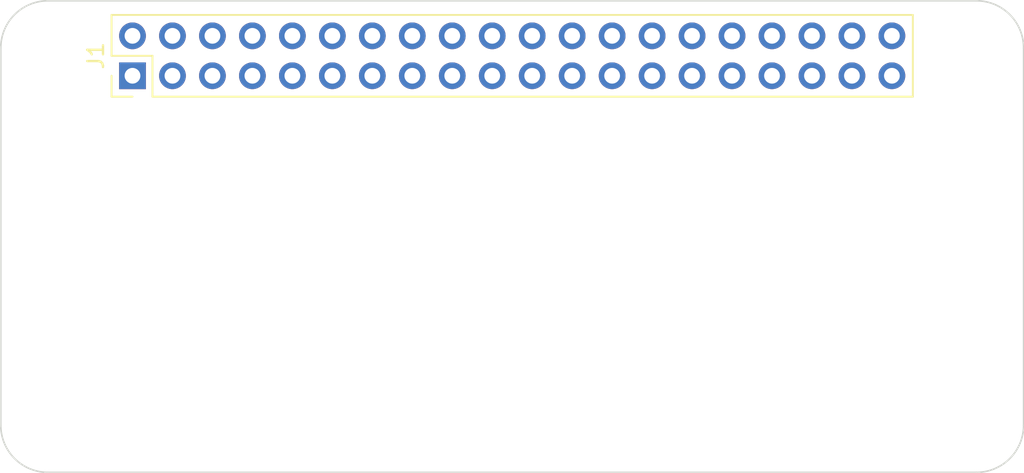
<source format=kicad_pcb>
(kicad_pcb (version 20171130) (host pcbnew "(5.1.9)-1")

  (general
    (thickness 1.6)
    (drawings 8)
    (tracks 0)
    (zones 0)
    (modules 5)
    (nets 41)
  )

  (page A4)
  (layers
    (0 F.Cu signal)
    (31 B.Cu signal)
    (34 B.Paste user)
    (35 F.Paste user)
    (36 B.SilkS user)
    (37 F.SilkS user)
    (38 B.Mask user)
    (39 F.Mask user)
    (40 Dwgs.User user)
    (41 Cmts.User user)
    (44 Edge.Cuts user)
    (48 B.Fab user)
    (49 F.Fab user)
  )

  (setup
    (last_trace_width 0.25)
    (user_trace_width 0.01)
    (user_trace_width 0.02)
    (user_trace_width 0.05)
    (user_trace_width 0.1)
    (user_trace_width 0.2)
    (trace_clearance 0.2)
    (zone_clearance 0.508)
    (zone_45_only no)
    (trace_min 0.01)
    (via_size 0.6)
    (via_drill 0.4)
    (via_min_size 0.4)
    (via_min_drill 0.3)
    (uvia_size 0.3)
    (uvia_drill 0.1)
    (uvias_allowed no)
    (uvia_min_size 0.2)
    (uvia_min_drill 0.1)
    (edge_width 0.1)
    (segment_width 0.2)
    (pcb_text_width 0.3)
    (pcb_text_size 1.5 1.5)
    (mod_edge_width 0.15)
    (mod_text_size 1 1)
    (mod_text_width 0.15)
    (pad_size 2.75 2.75)
    (pad_drill 2.75)
    (pad_to_mask_clearance 0)
    (aux_axis_origin 0 0)
    (visible_elements 7FFFFFFF)
    (pcbplotparams
      (layerselection 0x01330_80000001)
      (usegerberextensions false)
      (usegerberattributes false)
      (usegerberadvancedattributes false)
      (creategerberjobfile false)
      (excludeedgelayer true)
      (linewidth 0.100000)
      (plotframeref false)
      (viasonmask false)
      (mode 1)
      (useauxorigin false)
      (hpglpennumber 1)
      (hpglpenspeed 20)
      (hpglpendiameter 15.000000)
      (psnegative false)
      (psa4output false)
      (plotreference true)
      (plotvalue true)
      (plotinvisibletext false)
      (padsonsilk false)
      (subtractmaskfromsilk false)
      (outputformat 4)
      (mirror false)
      (drillshape 2)
      (scaleselection 1)
      (outputdirectory "meta/"))
  )

  (net 0 "")
  (net 1 "Net-(J1-Pad1)")
  (net 2 "Net-(J1-Pad2)")
  (net 3 "Net-(J1-Pad3)")
  (net 4 "Net-(J1-Pad4)")
  (net 5 "Net-(J1-Pad5)")
  (net 6 "Net-(J1-Pad6)")
  (net 7 "Net-(J1-Pad7)")
  (net 8 "Net-(J1-Pad8)")
  (net 9 "Net-(J1-Pad9)")
  (net 10 "Net-(J1-Pad10)")
  (net 11 "Net-(J1-Pad11)")
  (net 12 "Net-(J1-Pad12)")
  (net 13 "Net-(J1-Pad13)")
  (net 14 "Net-(J1-Pad14)")
  (net 15 "Net-(J1-Pad15)")
  (net 16 "Net-(J1-Pad16)")
  (net 17 "Net-(J1-Pad17)")
  (net 18 "Net-(J1-Pad18)")
  (net 19 "Net-(J1-Pad19)")
  (net 20 "Net-(J1-Pad20)")
  (net 21 "Net-(J1-Pad21)")
  (net 22 "Net-(J1-Pad22)")
  (net 23 "Net-(J1-Pad23)")
  (net 24 "Net-(J1-Pad24)")
  (net 25 "Net-(J1-Pad25)")
  (net 26 "Net-(J1-Pad26)")
  (net 27 "Net-(J1-Pad27)")
  (net 28 "Net-(J1-Pad28)")
  (net 29 "Net-(J1-Pad29)")
  (net 30 "Net-(J1-Pad30)")
  (net 31 "Net-(J1-Pad31)")
  (net 32 "Net-(J1-Pad32)")
  (net 33 "Net-(J1-Pad33)")
  (net 34 "Net-(J1-Pad34)")
  (net 35 "Net-(J1-Pad35)")
  (net 36 "Net-(J1-Pad36)")
  (net 37 "Net-(J1-Pad37)")
  (net 38 "Net-(J1-Pad38)")
  (net 39 "Net-(J1-Pad39)")
  (net 40 "Net-(J1-Pad40)")

  (net_class Default "This is the default net class."
    (clearance 0.2)
    (trace_width 0.25)
    (via_dia 0.6)
    (via_drill 0.4)
    (uvia_dia 0.3)
    (uvia_drill 0.1)
    (add_net "Net-(J1-Pad1)")
    (add_net "Net-(J1-Pad10)")
    (add_net "Net-(J1-Pad11)")
    (add_net "Net-(J1-Pad12)")
    (add_net "Net-(J1-Pad13)")
    (add_net "Net-(J1-Pad14)")
    (add_net "Net-(J1-Pad15)")
    (add_net "Net-(J1-Pad16)")
    (add_net "Net-(J1-Pad17)")
    (add_net "Net-(J1-Pad18)")
    (add_net "Net-(J1-Pad19)")
    (add_net "Net-(J1-Pad2)")
    (add_net "Net-(J1-Pad20)")
    (add_net "Net-(J1-Pad21)")
    (add_net "Net-(J1-Pad22)")
    (add_net "Net-(J1-Pad23)")
    (add_net "Net-(J1-Pad24)")
    (add_net "Net-(J1-Pad25)")
    (add_net "Net-(J1-Pad26)")
    (add_net "Net-(J1-Pad27)")
    (add_net "Net-(J1-Pad28)")
    (add_net "Net-(J1-Pad29)")
    (add_net "Net-(J1-Pad3)")
    (add_net "Net-(J1-Pad30)")
    (add_net "Net-(J1-Pad31)")
    (add_net "Net-(J1-Pad32)")
    (add_net "Net-(J1-Pad33)")
    (add_net "Net-(J1-Pad34)")
    (add_net "Net-(J1-Pad35)")
    (add_net "Net-(J1-Pad36)")
    (add_net "Net-(J1-Pad37)")
    (add_net "Net-(J1-Pad38)")
    (add_net "Net-(J1-Pad39)")
    (add_net "Net-(J1-Pad4)")
    (add_net "Net-(J1-Pad40)")
    (add_net "Net-(J1-Pad5)")
    (add_net "Net-(J1-Pad6)")
    (add_net "Net-(J1-Pad7)")
    (add_net "Net-(J1-Pad8)")
    (add_net "Net-(J1-Pad9)")
  )

  (module RPi_Hat:RPi_Hat_Mounting_Hole locked (layer F.Cu) (tedit 55217CCB) (tstamp 58B743A7)
    (at 122.68 113.23)
    (descr "Mounting hole, Befestigungsbohrung, 2,7mm, No Annular, Kein Restring,")
    (tags "Mounting hole, Befestigungsbohrung, 2,7mm, No Annular, Kein Restring,")
    (fp_text reference "" (at 0 -4.0005) (layer F.SilkS) hide
      (effects (font (size 1 1) (thickness 0.15)))
    )
    (fp_text value "" (at 0.09906 3.59918) (layer F.Fab) hide
      (effects (font (size 1 1) (thickness 0.15)))
    )
    (fp_circle (center 0 0) (end 1.375 0) (layer F.Fab) (width 0.15))
    (fp_circle (center 0 0) (end 3.1 0) (layer F.Fab) (width 0.15))
    (fp_circle (center 0 0) (end 3.1 0) (layer B.Fab) (width 0.15))
    (fp_circle (center 0 0) (end 1.375 0) (layer B.Fab) (width 0.15))
    (fp_circle (center 0 0) (end 3.1 0) (layer F.CrtYd) (width 0.15))
    (fp_circle (center 0 0) (end 3.1 0) (layer B.CrtYd) (width 0.15))
    (pad "" np_thru_hole circle (at 0 0) (size 2.75 2.75) (drill 2.75) (layers *.Cu *.Mask)
      (solder_mask_margin 1.725) (clearance 1.725))
  )

  (module RPi_Hat:RPi_Hat_Mounting_Hole locked (layer F.Cu) (tedit 55217C7B) (tstamp 5515DEA9)
    (at 180.68 90.23)
    (descr "Mounting hole, Befestigungsbohrung, 2,7mm, No Annular, Kein Restring,")
    (tags "Mounting hole, Befestigungsbohrung, 2,7mm, No Annular, Kein Restring,")
    (fp_text reference "" (at 0 -4.0005) (layer F.SilkS) hide
      (effects (font (size 1 1) (thickness 0.15)))
    )
    (fp_text value "" (at 0.09906 3.59918) (layer F.Fab) hide
      (effects (font (size 1 1) (thickness 0.15)))
    )
    (fp_circle (center 0 0) (end 1.375 0) (layer F.Fab) (width 0.15))
    (fp_circle (center 0 0) (end 3.1 0) (layer F.Fab) (width 0.15))
    (fp_circle (center 0 0) (end 3.1 0) (layer B.Fab) (width 0.15))
    (fp_circle (center 0 0) (end 1.375 0) (layer B.Fab) (width 0.15))
    (fp_circle (center 0 0) (end 3.1 0) (layer F.CrtYd) (width 0.15))
    (fp_circle (center 0 0) (end 3.1 0) (layer B.CrtYd) (width 0.15))
    (pad "" np_thru_hole circle (at 0 0) (size 2.75 2.75) (drill 2.75) (layers *.Cu *.Mask)
      (solder_mask_margin 1.725) (clearance 1.725))
  )

  (module RPi_Hat:RPi_Hat_Mounting_Hole locked (layer F.Cu) (tedit 55217CCB) (tstamp 55169DC9)
    (at 180.68 113.23)
    (descr "Mounting hole, Befestigungsbohrung, 2,7mm, No Annular, Kein Restring,")
    (tags "Mounting hole, Befestigungsbohrung, 2,7mm, No Annular, Kein Restring,")
    (fp_text reference "" (at 0 -4.0005) (layer F.SilkS) hide
      (effects (font (size 1 1) (thickness 0.15)))
    )
    (fp_text value "" (at 0.09906 3.59918) (layer F.Fab) hide
      (effects (font (size 1 1) (thickness 0.15)))
    )
    (fp_circle (center 0 0) (end 1.375 0) (layer F.Fab) (width 0.15))
    (fp_circle (center 0 0) (end 3.1 0) (layer F.Fab) (width 0.15))
    (fp_circle (center 0 0) (end 3.1 0) (layer B.Fab) (width 0.15))
    (fp_circle (center 0 0) (end 1.375 0) (layer B.Fab) (width 0.15))
    (fp_circle (center 0 0) (end 3.1 0) (layer F.CrtYd) (width 0.15))
    (fp_circle (center 0 0) (end 3.1 0) (layer B.CrtYd) (width 0.15))
    (pad "" np_thru_hole circle (at 0 0) (size 2.75 2.75) (drill 2.75) (layers *.Cu *.Mask)
      (solder_mask_margin 1.725) (clearance 1.725))
  )

  (module RPi_Hat:RPi_Hat_Mounting_Hole locked (layer F.Cu) (tedit 55217CA2) (tstamp 5515DEBF)
    (at 122.68 90.23)
    (descr "Mounting hole, Befestigungsbohrung, 2,7mm, No Annular, Kein Restring,")
    (tags "Mounting hole, Befestigungsbohrung, 2,7mm, No Annular, Kein Restring,")
    (fp_text reference "" (at 0 -4.0005) (layer F.SilkS) hide
      (effects (font (size 1 1) (thickness 0.15)))
    )
    (fp_text value "" (at 0.09906 3.59918) (layer F.Fab) hide
      (effects (font (size 1 1) (thickness 0.15)))
    )
    (fp_circle (center 0 0) (end 1.375 0) (layer F.Fab) (width 0.15))
    (fp_circle (center 0 0) (end 3.1 0) (layer F.Fab) (width 0.15))
    (fp_circle (center 0 0) (end 3.1 0) (layer B.Fab) (width 0.15))
    (fp_circle (center 0 0) (end 1.375 0) (layer B.Fab) (width 0.15))
    (fp_circle (center 0 0) (end 3.1 0) (layer F.CrtYd) (width 0.15))
    (fp_circle (center 0 0) (end 3.1 0) (layer B.CrtYd) (width 0.15))
    (pad "" np_thru_hole circle (at 0 0) (size 2.75 2.75) (drill 2.75) (layers *.Cu *.Mask)
      (solder_mask_margin 1.725) (clearance 1.725))
  )

  (module Connector_PinHeader_2.54mm:PinHeader_2x20_P2.54mm_Vertical (layer F.Cu) (tedit 59FED5CC) (tstamp 6008B0F6)
    (at 127.55 91.5 90)
    (descr "Through hole straight pin header, 2x20, 2.54mm pitch, double rows")
    (tags "Through hole pin header THT 2x20 2.54mm double row")
    (path /5516AE26)
    (fp_text reference J1 (at 1.27 -2.33 90) (layer F.SilkS)
      (effects (font (size 1 1) (thickness 0.15)))
    )
    (fp_text value RPi_GPIO (at 1.27 50.59 90) (layer F.Fab)
      (effects (font (size 1 1) (thickness 0.15)))
    )
    (fp_line (start 4.35 -1.8) (end -1.8 -1.8) (layer F.CrtYd) (width 0.05))
    (fp_line (start 4.35 50.05) (end 4.35 -1.8) (layer F.CrtYd) (width 0.05))
    (fp_line (start -1.8 50.05) (end 4.35 50.05) (layer F.CrtYd) (width 0.05))
    (fp_line (start -1.8 -1.8) (end -1.8 50.05) (layer F.CrtYd) (width 0.05))
    (fp_line (start -1.33 -1.33) (end 0 -1.33) (layer F.SilkS) (width 0.12))
    (fp_line (start -1.33 0) (end -1.33 -1.33) (layer F.SilkS) (width 0.12))
    (fp_line (start 1.27 -1.33) (end 3.87 -1.33) (layer F.SilkS) (width 0.12))
    (fp_line (start 1.27 1.27) (end 1.27 -1.33) (layer F.SilkS) (width 0.12))
    (fp_line (start -1.33 1.27) (end 1.27 1.27) (layer F.SilkS) (width 0.12))
    (fp_line (start 3.87 -1.33) (end 3.87 49.59) (layer F.SilkS) (width 0.12))
    (fp_line (start -1.33 1.27) (end -1.33 49.59) (layer F.SilkS) (width 0.12))
    (fp_line (start -1.33 49.59) (end 3.87 49.59) (layer F.SilkS) (width 0.12))
    (fp_line (start -1.27 0) (end 0 -1.27) (layer F.Fab) (width 0.1))
    (fp_line (start -1.27 49.53) (end -1.27 0) (layer F.Fab) (width 0.1))
    (fp_line (start 3.81 49.53) (end -1.27 49.53) (layer F.Fab) (width 0.1))
    (fp_line (start 3.81 -1.27) (end 3.81 49.53) (layer F.Fab) (width 0.1))
    (fp_line (start 0 -1.27) (end 3.81 -1.27) (layer F.Fab) (width 0.1))
    (fp_text user %R (at 1.27 24.13) (layer F.Fab)
      (effects (font (size 1 1) (thickness 0.15)))
    )
    (pad 1 thru_hole rect (at 0 0 90) (size 1.7 1.7) (drill 1) (layers *.Cu *.Mask)
      (net 1 "Net-(J1-Pad1)"))
    (pad 2 thru_hole oval (at 2.54 0 90) (size 1.7 1.7) (drill 1) (layers *.Cu *.Mask)
      (net 2 "Net-(J1-Pad2)"))
    (pad 3 thru_hole oval (at 0 2.54 90) (size 1.7 1.7) (drill 1) (layers *.Cu *.Mask)
      (net 3 "Net-(J1-Pad3)"))
    (pad 4 thru_hole oval (at 2.54 2.54 90) (size 1.7 1.7) (drill 1) (layers *.Cu *.Mask)
      (net 4 "Net-(J1-Pad4)"))
    (pad 5 thru_hole oval (at 0 5.08 90) (size 1.7 1.7) (drill 1) (layers *.Cu *.Mask)
      (net 5 "Net-(J1-Pad5)"))
    (pad 6 thru_hole oval (at 2.54 5.08 90) (size 1.7 1.7) (drill 1) (layers *.Cu *.Mask)
      (net 6 "Net-(J1-Pad6)"))
    (pad 7 thru_hole oval (at 0 7.62 90) (size 1.7 1.7) (drill 1) (layers *.Cu *.Mask)
      (net 7 "Net-(J1-Pad7)"))
    (pad 8 thru_hole oval (at 2.54 7.62 90) (size 1.7 1.7) (drill 1) (layers *.Cu *.Mask)
      (net 8 "Net-(J1-Pad8)"))
    (pad 9 thru_hole oval (at 0 10.16 90) (size 1.7 1.7) (drill 1) (layers *.Cu *.Mask)
      (net 9 "Net-(J1-Pad9)"))
    (pad 10 thru_hole oval (at 2.54 10.16 90) (size 1.7 1.7) (drill 1) (layers *.Cu *.Mask)
      (net 10 "Net-(J1-Pad10)"))
    (pad 11 thru_hole oval (at 0 12.7 90) (size 1.7 1.7) (drill 1) (layers *.Cu *.Mask)
      (net 11 "Net-(J1-Pad11)"))
    (pad 12 thru_hole oval (at 2.54 12.7 90) (size 1.7 1.7) (drill 1) (layers *.Cu *.Mask)
      (net 12 "Net-(J1-Pad12)"))
    (pad 13 thru_hole oval (at 0 15.24 90) (size 1.7 1.7) (drill 1) (layers *.Cu *.Mask)
      (net 13 "Net-(J1-Pad13)"))
    (pad 14 thru_hole oval (at 2.54 15.24 90) (size 1.7 1.7) (drill 1) (layers *.Cu *.Mask)
      (net 14 "Net-(J1-Pad14)"))
    (pad 15 thru_hole oval (at 0 17.78 90) (size 1.7 1.7) (drill 1) (layers *.Cu *.Mask)
      (net 15 "Net-(J1-Pad15)"))
    (pad 16 thru_hole oval (at 2.54 17.78 90) (size 1.7 1.7) (drill 1) (layers *.Cu *.Mask)
      (net 16 "Net-(J1-Pad16)"))
    (pad 17 thru_hole oval (at 0 20.32 90) (size 1.7 1.7) (drill 1) (layers *.Cu *.Mask)
      (net 17 "Net-(J1-Pad17)"))
    (pad 18 thru_hole oval (at 2.54 20.32 90) (size 1.7 1.7) (drill 1) (layers *.Cu *.Mask)
      (net 18 "Net-(J1-Pad18)"))
    (pad 19 thru_hole oval (at 0 22.86 90) (size 1.7 1.7) (drill 1) (layers *.Cu *.Mask)
      (net 19 "Net-(J1-Pad19)"))
    (pad 20 thru_hole oval (at 2.54 22.86 90) (size 1.7 1.7) (drill 1) (layers *.Cu *.Mask)
      (net 20 "Net-(J1-Pad20)"))
    (pad 21 thru_hole oval (at 0 25.4 90) (size 1.7 1.7) (drill 1) (layers *.Cu *.Mask)
      (net 21 "Net-(J1-Pad21)"))
    (pad 22 thru_hole oval (at 2.54 25.4 90) (size 1.7 1.7) (drill 1) (layers *.Cu *.Mask)
      (net 22 "Net-(J1-Pad22)"))
    (pad 23 thru_hole oval (at 0 27.94 90) (size 1.7 1.7) (drill 1) (layers *.Cu *.Mask)
      (net 23 "Net-(J1-Pad23)"))
    (pad 24 thru_hole oval (at 2.54 27.94 90) (size 1.7 1.7) (drill 1) (layers *.Cu *.Mask)
      (net 24 "Net-(J1-Pad24)"))
    (pad 25 thru_hole oval (at 0 30.48 90) (size 1.7 1.7) (drill 1) (layers *.Cu *.Mask)
      (net 25 "Net-(J1-Pad25)"))
    (pad 26 thru_hole oval (at 2.54 30.48 90) (size 1.7 1.7) (drill 1) (layers *.Cu *.Mask)
      (net 26 "Net-(J1-Pad26)"))
    (pad 27 thru_hole oval (at 0 33.02 90) (size 1.7 1.7) (drill 1) (layers *.Cu *.Mask)
      (net 27 "Net-(J1-Pad27)"))
    (pad 28 thru_hole oval (at 2.54 33.02 90) (size 1.7 1.7) (drill 1) (layers *.Cu *.Mask)
      (net 28 "Net-(J1-Pad28)"))
    (pad 29 thru_hole oval (at 0 35.56 90) (size 1.7 1.7) (drill 1) (layers *.Cu *.Mask)
      (net 29 "Net-(J1-Pad29)"))
    (pad 30 thru_hole oval (at 2.54 35.56 90) (size 1.7 1.7) (drill 1) (layers *.Cu *.Mask)
      (net 30 "Net-(J1-Pad30)"))
    (pad 31 thru_hole oval (at 0 38.1 90) (size 1.7 1.7) (drill 1) (layers *.Cu *.Mask)
      (net 31 "Net-(J1-Pad31)"))
    (pad 32 thru_hole oval (at 2.54 38.1 90) (size 1.7 1.7) (drill 1) (layers *.Cu *.Mask)
      (net 32 "Net-(J1-Pad32)"))
    (pad 33 thru_hole oval (at 0 40.64 90) (size 1.7 1.7) (drill 1) (layers *.Cu *.Mask)
      (net 33 "Net-(J1-Pad33)"))
    (pad 34 thru_hole oval (at 2.54 40.64 90) (size 1.7 1.7) (drill 1) (layers *.Cu *.Mask)
      (net 34 "Net-(J1-Pad34)"))
    (pad 35 thru_hole oval (at 0 43.18 90) (size 1.7 1.7) (drill 1) (layers *.Cu *.Mask)
      (net 35 "Net-(J1-Pad35)"))
    (pad 36 thru_hole oval (at 2.54 43.18 90) (size 1.7 1.7) (drill 1) (layers *.Cu *.Mask)
      (net 36 "Net-(J1-Pad36)"))
    (pad 37 thru_hole oval (at 0 45.72 90) (size 1.7 1.7) (drill 1) (layers *.Cu *.Mask)
      (net 37 "Net-(J1-Pad37)"))
    (pad 38 thru_hole oval (at 2.54 45.72 90) (size 1.7 1.7) (drill 1) (layers *.Cu *.Mask)
      (net 38 "Net-(J1-Pad38)"))
    (pad 39 thru_hole oval (at 0 48.26 90) (size 1.7 1.7) (drill 1) (layers *.Cu *.Mask)
      (net 39 "Net-(J1-Pad39)"))
    (pad 40 thru_hole oval (at 2.54 48.26 90) (size 1.7 1.7) (drill 1) (layers *.Cu *.Mask)
      (net 40 "Net-(J1-Pad40)"))
    (model ${KISYS3DMOD}/Connector_PinHeader_2.54mm.3dshapes/PinHeader_2x20_P2.54mm_Vertical.wrl
      (at (xyz 0 0 0))
      (scale (xyz 1 1 1))
      (rotate (xyz 0 0 0))
    )
  )

  (gr_arc (start 122.18 89.73) (end 119.18 89.73) (angle 90) (layer Edge.Cuts) (width 0.1) (tstamp 5B55F169))
  (gr_line (start 122.18 86.73) (end 181.18 86.73) (angle 90) (layer Edge.Cuts) (width 0.1) (tstamp 5B55F01C))
  (gr_arc (start 181.18 89.73) (end 181.18 86.73) (angle 90) (layer Edge.Cuts) (width 0.1) (tstamp 5B55EED3))
  (gr_arc (start 181.18 113.73) (end 184.18 113.73) (angle 90) (layer Edge.Cuts) (width 0.1) (tstamp 55157FFB))
  (gr_arc (start 122.18 113.73) (end 122.18 116.73) (angle 90) (layer Edge.Cuts) (width 0.1) (tstamp 55157FCE))
  (gr_line (start 119.18 89.73) (end 119.18 113.73) (layer Edge.Cuts) (width 0.1))
  (gr_line (start 122.18 116.73) (end 181.18 116.73) (angle 90) (layer Edge.Cuts) (width 0.1))
  (gr_line (start 184.18 89.73) (end 184.18 113.73) (angle 90) (layer Edge.Cuts) (width 0.1))

)

</source>
